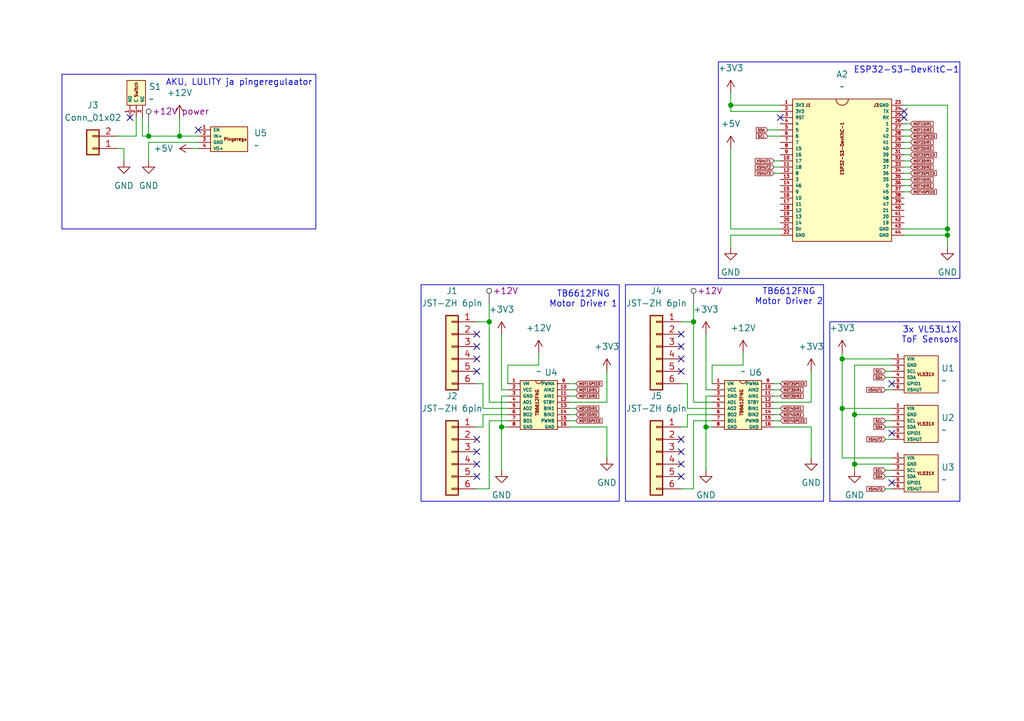
<source format=kicad_sch>
(kicad_sch (version 20250114) (generator "eeschema") (generator_version "9.0")
  (paper "A5")
  (title_block (title "Praktiline robootika Folkrace roboti elektriskeem") (date "2025-09-24") (rev "1") (company "Robotiklubi") (comment 1 "Autor: Dmitrii Voitovich") (comment 2 "Sümbolid: Mihkel Jantson ja Jaan Roop"))
  (lib_symbols
    (symbol "Connector_Generic:Conn_01x02" (pin_names (offset 1.016) (hide yes))
      (property "Reference" "J3" (at 0 -8.89 0))
      (property "Value" "Conn_01x02" (at 0 -6.35 0))
      (symbol "Conn_01x02_1_1"
        (rectangle (start -1.27 1.27) (end 1.27 -3.81) (stroke (width 0.254)) (fill (type background)))
        (rectangle (start -1.27 0.127) (end 0 -0.127) (stroke (width 0.1524)))
        (rectangle (start -1.27 -2.413) (end 0 -2.667) (stroke (width 0.1524)))
        (pin power_out line (at -5.08 0 0) (length 3.81) (name "Pin_1") (number "1"))
        (pin passive line (at -5.08 -2.54 0) (length 3.81) (name "Pin_2") (number "2"))
      )
    )
    (symbol "Connector_Generic:Conn_01x06" (pin_names (offset 1.016) (hide yes))
      (property "Reference" "J" (at 0 7.62 0))
      (property "Value" "Conn_01x06" (at 0 -10.16 0))
      (symbol "Conn_01x06_1_1"
        (rectangle (start -1.27 6.35) (end 1.27 -8.89) (stroke (width 0.254)) (fill (type background)))
        (rectangle (start -1.27 5.207) (end 0 4.953) (stroke (width 0.1524)))
        (rectangle (start -1.27 2.667) (end 0 2.413) (stroke (width 0.1524)))
        (rectangle (start -1.27 0.127) (end 0 -0.127) (stroke (width 0.1524)))
        (rectangle (start -1.27 -2.413) (end 0 -2.667) (stroke (width 0.1524)))
        (rectangle (start -1.27 -4.953) (end 0 -5.207) (stroke (width 0.1524)))
        (rectangle (start -1.27 -7.493) (end 0 -7.747) (stroke (width 0.1524)))
        (pin passive line (at -5.08 5.08 0) (length 3.81) (name "Pin_1") (number "1"))
        (pin passive line (at -5.08 2.54 0) (length 3.81) (name "Pin_2") (number "2"))
        (pin passive line (at -5.08 0 0) (length 3.81) (name "Pin_3") (number "3"))
        (pin passive line (at -5.08 -2.54 0) (length 3.81) (name "Pin_4") (number "4"))
        (pin passive line (at -5.08 -5.08 0) (length 3.81) (name "Pin_5") (number "5"))
        (pin passive line (at -5.08 -7.62 0) (length 3.81) (name "Pin_6") (number "6"))
      )
    )
    (symbol "Kursus:6A125VAC_NO-NO_SWITCH"
      (property "Reference" "S1" (at 3.8101 -3.81 90))
      (property "Value" "~" (at 1.2701 -3.81 90))
      (symbol "6A125VAC_NO-NO_SWITCH_1_1"
        (rectangle (start 0 0.635) (end 5.08 -3.175) (fill (type background)))
        (text "Switch" (at 3.175 -1.27 0) (effects (font (size 0.635 0.635))))
        (pin passive line (at -2.54 0 0) (length 2.54) (name "NO") (number "1"))
        (pin passive line (at -2.54 -1.27 0) (length 2.54) (name "C") (number "2"))
        (pin power_out line (at -2.54 -2.54 0) (length 2.54) (name "NC") (number "3"))
      )
    )
    (symbol "Kursus:ESP32-S3-DevKitC-1"
      (property "Reference" "A?" (at 0 1.27 0))
      (symbol "ESP32-S3-DevKitC-1_1_1"
        (rectangle (start -10.16 0) (end 10.16 -29.21) (fill (type background)))
        (arc (start 1.27 0) (mid 0 -1.27) (end -1.27 0))
        (text "J1" (at -6.985 -1.27 0) (effects (font (size 0.635 0.635))))
        (text "ESP32-S3-DevKitC-1" (at 0 -10.16 900) (effects (font (size 0.635 0.635))))
        (text "J3" (at 6.985 -1.27 0) (effects (font (size 0.635 0.635))))
        (pin power_in line (at -12.7 -1.27 0) (length 2.54) (name "3V3") (number "1"))
        (pin power_in line (at -12.7 -2.54 0) (length 2.54) (name "3V3") (number "2"))
        (pin input line (at -12.7 -3.81 0) (length 2.54) (name "RST") (number "3"))
        (pin bidirectional line (at -12.7 -5.08 0) (length 2.54) (name "4") (number "4"))
        (pin bidirectional line (at -12.7 -6.35 0) (length 2.54) (name "5") (number "5"))
        (pin bidirectional line (at -12.7 -7.62 0) (length 2.54) (name "6") (number "6"))
        (pin bidirectional line (at -12.7 -8.89 0) (length 2.54) (name "7") (number "7"))
        (pin bidirectional line (at -12.7 -10.16 0) (length 2.54) (name "15") (number "8"))
        (pin bidirectional line (at -12.7 -11.43 0) (length 2.54) (name "16") (number "9"))
        (pin bidirectional line (at -12.7 -12.7 0) (length 2.54) (name "17") (number "10"))
        (pin bidirectional line (at -12.7 -13.97 0) (length 2.54) (name "18") (number "11"))
        (pin bidirectional line (at -12.7 -15.24 0) (length 2.54) (name "8") (number "12"))
        (pin bidirectional line (at -12.7 -16.51 0) (length 2.54) (name "3") (number "13"))
        (pin bidirectional line (at -12.7 -17.78 0) (length 2.54) (name "46") (number "14"))
        (pin bidirectional line (at -12.7 -19.05 0) (length 2.54) (name "9") (number "15"))
        (pin bidirectional line (at -12.7 -20.32 0) (length 2.54) (name "10") (number "16"))
        (pin bidirectional line (at -12.7 -21.59 0) (length 2.54) (name "11") (number "17"))
        (pin bidirectional line (at -12.7 -22.86 0) (length 2.54) (name "12") (number "18"))
        (pin bidirectional line (at -12.7 -24.13 0) (length 2.54) (name "13") (number "19"))
        (pin bidirectional line (at -12.7 -25.4 0) (length 2.54) (name "14") (number "20"))
        (pin power_in line (at -12.7 -26.67 0) (length 2.54) (name "5V") (number "21"))
        (pin power_in line (at -12.7 -27.94 0) (length 2.54) (name "GND") (number "22"))
        (pin power_in line (at 12.7 -1.27 180) (length 2.54) (name "GND") (number "23"))
        (pin output line (at 12.7 -2.54 180) (length 2.54) (name "TX") (number "24"))
        (pin input line (at 12.7 -3.81 180) (length 2.54) (name "RX") (number "25"))
        (pin bidirectional line (at 12.7 -5.08 180) (length 2.54) (name "1") (number "26"))
        (pin bidirectional line (at 12.7 -6.35 180) (length 2.54) (name "2") (number "27"))
        (pin bidirectional line (at 12.7 -7.62 180) (length 2.54) (name "42") (number "28"))
        (pin bidirectional line (at 12.7 -8.89 180) (length 2.54) (name "41") (number "29"))
        (pin bidirectional line (at 12.7 -10.16 180) (length 2.54) (name "40") (number "30"))
        (pin bidirectional line (at 12.7 -11.43 180) (length 2.54) (name "39") (number "31"))
        (pin bidirectional line (at 12.7 -12.7 180) (length 2.54) (name "38") (number "32"))
        (pin bidirectional line (at 12.7 -13.97 180) (length 2.54) (name "37") (number "33"))
        (pin bidirectional line (at 12.7 -15.24 180) (length 2.54) (name "36") (number "34"))
        (pin bidirectional line (at 12.7 -16.51 180) (length 2.54) (name "35") (number "35"))
        (pin bidirectional line (at 12.7 -17.78 180) (length 2.54) (name "0") (number "36"))
        (pin bidirectional line (at 12.7 -19.05 180) (length 2.54) (name "45") (number "37"))
        (pin bidirectional line (at 12.7 -20.32 180) (length 2.54) (name "48") (number "38"))
        (pin bidirectional line (at 12.7 -21.59 180) (length 2.54) (name "47") (number "39"))
        (pin bidirectional line (at 12.7 -22.86 180) (length 2.54) (name "21") (number "40"))
        (pin bidirectional line (at 12.7 -24.13 180) (length 2.54) (name "20") (number "41"))
        (pin bidirectional line (at 12.7 -25.4 180) (length 2.54) (name "19") (number "42"))
        (pin power_in line (at 12.7 -26.67 180) (length 2.54) (name "GND") (number "43"))
        (pin power_in line (at 12.7 -27.94 180) (length 2.54) (name "GND") (number "44"))
      )
    )
    (symbol "Kursus:PINGEREGU"
      (property "Reference" "U?" (at 3.81 1.905 0))
      (symbol "PINGEREGU_1_1"
        (rectangle (start 0 0.635) (end 7.62 -4.445) (fill (type background)))
        (text "Pingeregu" (at 5.08 -1.905 0) (effects (font (size 0.635 0.635))))
        (pin input line (at -2.54 0 0) (length 2.54) (name "EN") (number "1"))
        (pin power_in line (at -2.54 -1.27 0) (length 2.54) (name "IN+") (number "2"))
        (pin power_in line (at -2.54 -2.54 0) (length 2.54) (name "GND") (number "3"))
        (pin power_out line (at -2.54 -3.81 0) (length 2.54) (name "VO+") (number "4"))
      )
    )
    (symbol "Kursus:TB6612FNG_MOTOR_DRIVER_RED"
      (property "Reference" "U?" (at 0 1.905 0))
      (symbol "TB6612FNG_MOTOR_DRIVER_RED_1_1"
        (rectangle (start -3.81 0.635) (end 3.81 -9.398) (fill (type background)))
        (arc (start 0.635 0.635) (mid 0 0) (end -0.635 0.635))
        (text "TB6612FNG" (at -0.3295 -3.8707 900) (effects (font (size 0.635 0.635))))
        (pin power_in line (at -6.35 0 0) (length 2.54) (name "VM") (number "1"))
        (pin power_in line (at -6.35 -1.27 0) (length 2.54) (name "VCC") (number "2"))
        (pin power_in line (at -6.35 -2.54 0) (length 2.54) (name "GND") (number "3"))
        (pin passive line (at -6.35 -3.81 0) (length 2.54) (name "AO1") (number "4"))
        (pin passive line (at -6.35 -5.08 0) (length 2.54) (name "AO2") (number "5"))
        (pin passive line (at -6.35 -6.35 0) (length 2.54) (name "BO2") (number "6"))
        (pin passive line (at -6.35 -7.62 0) (length 2.54) (name "BO1") (number "7"))
        (pin power_in line (at -6.35 -8.89 0) (length 2.54) (name "GND") (number "8"))
        (pin passive line (at 6.35 0 180) (length 2.54) (name "PWMA") (number "9"))
        (pin passive line (at 6.35 -1.27 180) (length 2.54) (name "AIN2") (number "10"))
        (pin passive line (at 6.35 -2.54 180) (length 2.54) (name "AIN1") (number "11"))
        (pin passive line (at 6.35 -3.81 180) (length 2.54) (name "STBY") (number "12"))
        (pin passive line (at 6.35 -5.08 180) (length 2.54) (name "BIN1") (number "13"))
        (pin passive line (at 6.35 -6.35 180) (length 2.54) (name "BIN2") (number "14"))
        (pin passive line (at 6.35 -7.62 180) (length 2.54) (name "PWMB") (number "15"))
        (pin power_in line (at 6.35 -8.89 180) (length 2.54) (name "GND") (number "16"))
      )
    )
    (symbol "Kursus:VL531X_KAUGUS_SENSOR"
      (property "Reference" "U?" (at 3.81 1.905 0))
      (symbol "VL531X_KAUGUS_SENSOR_1_1"
        (rectangle (start 0 0.635) (end 6.985 -6.985) (fill (type background)))
        (text "VL531X" (at 4.445 -3.175 0) (effects (font (size 0.635 0.635))))
        (pin power_in line (at -2.54 0 0) (length 2.54) (name "VIN") (number "1"))
        (pin power_in line (at -2.54 -1.27 0) (length 2.54) (name "GND") (number "2"))
        (pin input line (at -2.54 -2.54 0) (length 2.54) (name "SCL") (number "3"))
        (pin bidirectional line (at -2.54 -3.81 0) (length 2.54) (name "SDA") (number "4"))
        (pin output line (at -2.54 -5.08 0) (length 2.54) (name "GPIO1") (number "5"))
        (pin input line (at -2.54 -6.35 0) (length 2.54) (name "XSHUT") (number "6"))
      )
    )
    (symbol "power:+12V" (power) (pin_numbers (hide yes)) (pin_names (offset 0) (hide yes))
      (property "Value" "+12V" (at 0 3.556 0))
      (symbol "+12V_0_1"
        (polyline (pts (xy -0.762 1.27) (xy 0 2.54)))
        (polyline (pts (xy 0 2.54) (xy 0.762 1.27)))
        (polyline (pts (xy 0 0) (xy 0 2.54)))
      )
      (symbol "+12V_1_1"
        (pin power_in line (at 0 0 90) (length 0) (name "~") (number "1"))
      )
    )
    (symbol "power:+3V3" (power) (pin_numbers (hide yes)) (pin_names (offset 0) (hide yes))
      (property "Value" "+3V3" (at 0 3.556 0))
      (symbol "+3V3_0_1"
        (polyline (pts (xy -0.762 1.27) (xy 0 2.54)))
        (polyline (pts (xy 0 2.54) (xy 0.762 1.27)))
        (polyline (pts (xy 0 0) (xy 0 2.54)))
      )
      (symbol "+3V3_1_1"
        (pin power_in line (at 0 0 90) (length 0) (name "~") (number "1"))
      )
    )
    (symbol "power:+5V" (power) (pin_numbers (hide yes)) (pin_names (offset 0) (hide yes))
      (property "Value" "+5V" (at 0 3.556 0))
      (symbol "+5V_0_1"
        (polyline (pts (xy -0.762 1.27) (xy 0 2.54)))
        (polyline (pts (xy 0 2.54) (xy 0.762 1.27)))
        (polyline (pts (xy 0 0) (xy 0 2.54)))
      )
      (symbol "+5V_1_1"
        (pin power_in line (at 0 0 90) (length 0) (name "~") (number "1"))
      )
    )
    (symbol "power:GND" (power) (pin_numbers (hide yes)) (pin_names (offset 0) (hide yes))
      (property "Value" "GND" (at 0 -3.81 0))
      (symbol "GND_0_1"
        (polyline (pts (xy 0 0) (xy 0 -1.27) (xy 1.27 -1.27) (xy 0 -2.54) (xy -1.27 -1.27) (xy 0 -1.27)))
      )
      (symbol "GND_1_1"
        (pin power_in line (at 0 0 270) (length 0) (name "~") (number "1"))
      )
    )
  )
  (rectangle (start 12.7 15.24) (end 64.77 46.99))
  (rectangle (start 86.36 58.42) (end 127 102.87))
  (rectangle (start 147.32 12.7) (end 196.85 57.15))
  (rectangle (start 170.18 66.04) (end 196.85 102.87))
  (rectangle (start 128.27 58.42) (end 168.91 102.87))
  (text "TB6612FNG\nMotor Driver 1" (at 119.634 61.468 0) (effects (font (size 1.27 1.27))))
  (text "AKU, LULITY ja pingeregulaator" (at 49.022 17.018 0) (effects (font (size 1.27 1.27))))
  (text "TB6612FNG\nMotor Driver 2" (at 161.798 60.96 0) (effects (font (size 1.27 1.27))))
  (text "ESP32-S3-DevKitC-1" (at 185.928 14.478 0) (effects (font (size 1.27 1.27))))
  (text "3x VL53L1X\nToF Sensors" (at 190.754 68.834 0) (effects (font (size 1.27 1.27))))
  (junction (at 172.72 83.82))
  (junction (at 144.78 87.63))
  (junction (at 100.33 66.04))
  (junction (at 30.48 27.94))
  (junction (at 102.87 87.63))
  (junction (at 142.24 66.04))
  (junction (at 194.31 48.26))
  (junction (at 194.31 46.99))
  (junction (at 172.72 73.66))
  (junction (at 175.26 85.09))
  (junction (at 175.26 95.25))
  (junction (at 36.83 27.94))
  (junction (at 149.86 21.59))
  (no_connect (at 182.88 88.9))
  (no_connect (at 97.79 68.58))
  (no_connect (at 139.7 97.79))
  (no_connect (at 97.79 92.71))
  (no_connect (at 139.7 76.2))
  (no_connect (at 182.88 99.06))
  (no_connect (at 139.7 95.25))
  (no_connect (at 40.64 26.67))
  (no_connect (at 160.02 24.13))
  (no_connect (at 97.79 97.79))
  (no_connect (at 182.88 78.74))
  (no_connect (at 139.7 71.12))
  (no_connect (at 97.79 90.17))
  (no_connect (at 185.42 22.86))
  (no_connect (at 139.7 92.71))
  (no_connect (at 97.79 73.66))
  (no_connect (at 185.42 24.13))
  (no_connect (at 26.67 24.13))
  (no_connect (at 97.79 71.12))
  (no_connect (at 97.79 76.2))
  (no_connect (at 139.7 68.58))
  (no_connect (at 139.7 73.66))
  (no_connect (at 139.7 90.17))
  (no_connect (at 97.79 95.25))
  (wire (pts (xy 185.42 33.02) (xy 186.69 33.02)))
  (wire (pts (xy 175.26 85.09) (xy 182.88 85.09)))
  (wire (pts (xy 146.05 87.63) (xy 144.78 87.63)))
  (wire (pts (xy 36.83 24.13) (xy 36.83 27.94)))
  (wire (pts (xy 152.4 74.93) (xy 152.4 72.39)))
  (wire (pts (xy 27.94 24.13) (xy 27.94 27.94)))
  (wire (pts (xy 182.88 74.93) (xy 175.26 74.93)))
  (wire (pts (xy 116.84 81.28) (xy 118.11 81.28)))
  (wire (pts (xy 166.37 87.63) (xy 166.37 93.98)))
  (wire (pts (xy 100.33 100.33) (xy 97.79 100.33)))
  (wire (pts (xy 175.26 95.25) (xy 175.26 96.52)))
  (wire (pts (xy 140.97 78.74) (xy 140.97 83.82)))
  (wire (pts (xy 102.87 87.63) (xy 102.87 96.52)))
  (wire (pts (xy 110.49 74.93) (xy 110.49 72.39)))
  (wire (pts (xy 140.97 85.09) (xy 140.97 87.63)))
  (wire (pts (xy 29.21 27.94) (xy 29.21 24.13)))
  (wire (pts (xy 144.78 80.01) (xy 146.05 80.01)))
  (wire (pts (xy 158.75 80.01) (xy 160.02 80.01)))
  (wire (pts (xy 104.14 87.63) (xy 102.87 87.63)))
  (wire (pts (xy 146.05 81.28) (xy 144.78 81.28)))
  (wire (pts (xy 97.79 78.74) (xy 99.06 78.74)))
  (wire (pts (xy 104.14 81.28) (xy 102.87 81.28)))
  (wire (pts (xy 36.83 27.94) (xy 40.64 27.94)))
  (wire (pts (xy 185.42 26.67) (xy 186.69 26.67)))
  (wire (pts (xy 116.84 78.74) (xy 118.11 78.74)))
  (wire (pts (xy 102.87 80.01) (xy 104.14 80.01)))
  (wire (pts (xy 30.48 27.94) (xy 36.83 27.94)))
  (wire (pts (xy 142.24 66.04) (xy 142.24 82.55)))
  (wire (pts (xy 116.84 82.55) (xy 124.46 82.55)))
  (wire (pts (xy 185.42 25.4) (xy 186.69 25.4)))
  (wire (pts (xy 158.75 86.36) (xy 160.02 86.36)))
  (wire (pts (xy 116.84 86.36) (xy 118.11 86.36)))
  (wire (pts (xy 160.02 48.26) (xy 149.86 48.26)))
  (wire (pts (xy 158.75 78.74) (xy 160.02 78.74)))
  (wire (pts (xy 158.75 83.82) (xy 160.02 83.82)))
  (wire (pts (xy 104.14 74.93) (xy 110.49 74.93)))
  (wire (pts (xy 160.02 22.86) (xy 149.86 22.86)))
  (wire (pts (xy 181.61 86.36) (xy 182.88 86.36)))
  (wire (pts (xy 142.24 100.33) (xy 139.7 100.33)))
  (wire (pts (xy 116.84 87.63) (xy 124.46 87.63)))
  (wire (pts (xy 175.26 85.09) (xy 175.26 95.25)))
  (wire (pts (xy 185.42 29.21) (xy 186.69 29.21)))
  (wire (pts (xy 30.48 27.94) (xy 29.21 27.94)))
  (wire (pts (xy 149.86 48.26) (xy 149.86 50.8)))
  (wire (pts (xy 40.64 29.21) (xy 30.48 29.21)))
  (wire (pts (xy 181.61 77.47) (xy 182.88 77.47)))
  (wire (pts (xy 158.75 34.29) (xy 160.02 34.29)))
  (wire (pts (xy 144.78 80.01) (xy 144.78 68.58)))
  (wire (pts (xy 99.06 83.82) (xy 104.14 83.82)))
  (wire (pts (xy 185.42 39.37) (xy 186.69 39.37)))
  (wire (pts (xy 100.33 62.23) (xy 100.33 66.04)))
  (wire (pts (xy 27.94 27.94) (xy 24.13 27.94)))
  (wire (pts (xy 149.86 22.86) (xy 149.86 21.59)))
  (wire (pts (xy 158.75 81.28) (xy 160.02 81.28)))
  (wire (pts (xy 142.24 62.23) (xy 142.24 66.04)))
  (wire (pts (xy 175.26 74.93) (xy 175.26 85.09)))
  (wire (pts (xy 185.42 27.94) (xy 186.69 27.94)))
  (wire (pts (xy 30.48 25.4) (xy 30.48 27.94)))
  (wire (pts (xy 185.42 38.1) (xy 186.69 38.1)))
  (wire (pts (xy 116.84 83.82) (xy 118.11 83.82)))
  (wire (pts (xy 181.61 76.2) (xy 182.88 76.2)))
  (wire (pts (xy 144.78 81.28) (xy 144.78 87.63)))
  (wire (pts (xy 185.42 30.48) (xy 186.69 30.48)))
  (wire (pts (xy 158.75 87.63) (xy 166.37 87.63)))
  (wire (pts (xy 102.87 80.01) (xy 102.87 68.58)))
  (wire (pts (xy 100.33 66.04) (xy 100.33 82.55)))
  (wire (pts (xy 185.42 34.29) (xy 186.69 34.29)))
  (wire (pts (xy 116.84 80.01) (xy 118.11 80.01)))
  (wire (pts (xy 99.06 78.74) (xy 99.06 83.82)))
  (wire (pts (xy 149.86 21.59) (xy 149.86 19.05)))
  (wire (pts (xy 181.61 80.01) (xy 182.88 80.01)))
  (wire (pts (xy 146.05 78.74) (xy 146.05 74.93)))
  (wire (pts (xy 124.46 82.55) (xy 124.46 76.2)))
  (wire (pts (xy 194.31 48.26) (xy 194.31 50.8)))
  (wire (pts (xy 100.33 66.04) (xy 97.79 66.04)))
  (wire (pts (xy 185.42 35.56) (xy 186.69 35.56)))
  (wire (pts (xy 172.72 72.39) (xy 172.72 73.66)))
  (wire (pts (xy 185.42 46.99) (xy 194.31 46.99)))
  (wire (pts (xy 181.61 87.63) (xy 182.88 87.63)))
  (wire (pts (xy 158.75 82.55) (xy 166.37 82.55)))
  (wire (pts (xy 182.88 83.82) (xy 172.72 83.82)))
  (wire (pts (xy 158.75 33.02) (xy 160.02 33.02)))
  (wire (pts (xy 104.14 86.36) (xy 100.33 86.36)))
  (wire (pts (xy 146.05 82.55) (xy 142.24 82.55)))
  (wire (pts (xy 97.79 87.63) (xy 99.06 87.63)))
  (wire (pts (xy 185.42 48.26) (xy 194.31 48.26)))
  (wire (pts (xy 144.78 87.63) (xy 144.78 96.52)))
  (wire (pts (xy 158.75 85.09) (xy 160.02 85.09)))
  (wire (pts (xy 104.14 85.09) (xy 99.06 85.09)))
  (wire (pts (xy 181.61 97.79) (xy 182.88 97.79)))
  (wire (pts (xy 194.31 46.99) (xy 194.31 48.26)))
  (wire (pts (xy 24.13 30.48) (xy 25.4 30.48)))
  (wire (pts (xy 185.42 31.75) (xy 186.69 31.75)))
  (wire (pts (xy 194.31 21.59) (xy 194.31 46.99)))
  (wire (pts (xy 181.61 90.17) (xy 182.88 90.17)))
  (wire (pts (xy 140.97 83.82) (xy 146.05 83.82)))
  (wire (pts (xy 172.72 83.82) (xy 172.72 73.66)))
  (wire (pts (xy 160.02 21.59) (xy 149.86 21.59)))
  (wire (pts (xy 175.26 95.25) (xy 182.88 95.25)))
  (wire (pts (xy 157.48 26.67) (xy 160.02 26.67)))
  (wire (pts (xy 146.05 86.36) (xy 142.24 86.36)))
  (wire (pts (xy 25.4 30.48) (xy 25.4 33.02)))
  (wire (pts (xy 30.48 29.21) (xy 30.48 33.02)))
  (wire (pts (xy 40.64 30.48) (xy 39.37 30.48)))
  (wire (pts (xy 157.48 27.94) (xy 160.02 27.94)))
  (wire (pts (xy 124.46 87.63) (xy 124.46 93.98)))
  (wire (pts (xy 100.33 86.36) (xy 100.33 100.33)))
  (wire (pts (xy 182.88 73.66) (xy 172.72 73.66)))
  (wire (pts (xy 181.61 96.52) (xy 182.88 96.52)))
  (wire (pts (xy 172.72 93.98) (xy 172.72 83.82)))
  (wire (pts (xy 181.61 100.33) (xy 182.88 100.33)))
  (wire (pts (xy 104.14 78.74) (xy 104.14 74.93)))
  (wire (pts (xy 146.05 74.93) (xy 152.4 74.93)))
  (wire (pts (xy 158.75 35.56) (xy 160.02 35.56)))
  (wire (pts (xy 99.06 85.09) (xy 99.06 87.63)))
  (wire (pts (xy 185.42 21.59) (xy 194.31 21.59)))
  (wire (pts (xy 142.24 66.04) (xy 139.7 66.04)))
  (wire (pts (xy 185.42 36.83) (xy 186.69 36.83)))
  (wire (pts (xy 182.88 93.98) (xy 172.72 93.98)))
  (wire (pts (xy 160.02 46.99) (xy 149.86 46.99)))
  (wire (pts (xy 139.7 78.74) (xy 140.97 78.74)))
  (wire (pts (xy 142.24 86.36) (xy 142.24 100.33)))
  (wire (pts (xy 116.84 85.09) (xy 118.11 85.09)))
  (wire (pts (xy 139.7 87.63) (xy 140.97 87.63)))
  (wire (pts (xy 166.37 82.55) (xy 166.37 76.2)))
  (wire (pts (xy 149.86 46.99) (xy 149.86 30.48)))
  (wire (pts (xy 102.87 81.28) (xy 102.87 87.63)))
  (wire (pts (xy 146.05 85.09) (xy 140.97 85.09)))
  (wire (pts (xy 104.14 82.55) (xy 100.33 82.55)))
  (global_label "MOT4DIR2" (shape input) (at 186.69 38.1 0) (effects (font (size 0.508 0.508))) (property "Intersheetrefs" "${INTERSHEET_REFS}" (effects (hide yes))))
  (global_label "SCL" (shape input) (at 181.61 76.2 180) (effects (font (size 0.508 0.508))) (property "Intersheetrefs" "${INTERSHEET_REFS}" (effects (hide yes))))
  (global_label "XSHUT3" (shape input) (at 181.61 100.33 180) (effects (font (size 0.508 0.508))) (property "Intersheetrefs" "${INTERSHEET_REFS}" (effects (hide yes))))
  (global_label "MOT4DIR1" (shape input) (at 186.69 36.83 0) (effects (font (size 0.508 0.508))) (property "Intersheetrefs" "${INTERSHEET_REFS}" (effects (hide yes))))
  (global_label "MOT1DIR2" (shape input) (at 186.69 26.67 0) (effects (font (size 0.508 0.508))) (property "Intersheetrefs" "${INTERSHEET_REFS}" (effects (hide yes))))
  (global_label "MOT3SPEED" (shape input) (at 160.02 78.74 0) (effects (font (size 0.508 0.508))) (property "Intersheetrefs" "${INTERSHEET_REFS}" (effects (hide yes))))
  (global_label "XSHUT1" (shape input) (at 158.75 33.02 180) (effects (font (size 0.508 0.508))) (property "Intersheetrefs" "${INTERSHEET_REFS}" (effects (hide yes))))
  (global_label "MOT4SPEED" (shape input) (at 160.02 86.36 0) (effects (font (size 0.508 0.508))) (property "Intersheetrefs" "${INTERSHEET_REFS}" (effects (hide yes))))
  (global_label "SDA" (shape input) (at 181.61 87.63 180) (effects (font (size 0.508 0.508))) (property "Intersheetrefs" "${INTERSHEET_REFS}" (effects (hide yes))))
  (global_label "XSHUT2" (shape input) (at 181.61 90.17 180) (effects (font (size 0.508 0.508))) (property "Intersheetrefs" "${INTERSHEET_REFS}" (effects (hide yes))))
  (global_label "MOT2DIR1" (shape input) (at 186.69 29.21 0) (effects (font (size 0.508 0.508))) (property "Intersheetrefs" "${INTERSHEET_REFS}" (effects (hide yes))))
  (global_label "MOT4DIR2" (shape input) (at 160.02 85.09 0) (effects (font (size 0.508 0.508))) (property "Intersheetrefs" "${INTERSHEET_REFS}" (effects (hide yes))))
  (global_label "MOT3DIR1" (shape input) (at 186.69 33.02 0) (effects (font (size 0.508 0.508))) (property "Intersheetrefs" "${INTERSHEET_REFS}" (effects (hide yes))))
  (global_label "XSHUT1" (shape input) (at 181.61 80.01 180) (effects (font (size 0.508 0.508))) (property "Intersheetrefs" "${INTERSHEET_REFS}" (effects (hide yes))))
  (global_label "XSHUT2" (shape input) (at 158.75 34.29 180) (effects (font (size 0.508 0.508))) (property "Intersheetrefs" "${INTERSHEET_REFS}" (effects (hide yes))))
  (global_label "MOT3DIR2" (shape input) (at 160.02 81.28 0) (effects (font (size 0.508 0.508))) (property "Intersheetrefs" "${INTERSHEET_REFS}" (effects (hide yes))))
  (global_label "MOT4DIR1" (shape input) (at 160.02 83.82 0) (effects (font (size 0.508 0.508))) (property "Intersheetrefs" "${INTERSHEET_REFS}" (effects (hide yes))))
  (global_label "MOT2SPEED" (shape input) (at 118.11 86.36 0) (effects (font (size 0.508 0.508))) (property "Intersheetrefs" "${INTERSHEET_REFS}" (effects (hide yes))))
  (global_label "MOT2DIR2" (shape input) (at 118.11 85.09 0) (effects (font (size 0.508 0.508))) (property "Intersheetrefs" "${INTERSHEET_REFS}" (effects (hide yes))))
  (global_label "SCL" (shape input) (at 157.48 27.94 180) (effects (font (size 0.508 0.508))) (property "Intersheetrefs" "${INTERSHEET_REFS}" (effects (hide yes))))
  (global_label "MOT1DIR1" (shape input) (at 118.11 80.01 0) (effects (font (size 0.508 0.508))) (property "Intersheetrefs" "${INTERSHEET_REFS}" (effects (hide yes))))
  (global_label "MOT1SPEED" (shape input) (at 118.11 78.74 0) (effects (font (size 0.508 0.508))) (property "Intersheetrefs" "${INTERSHEET_REFS}" (effects (hide yes))))
  (global_label "MOT1DIR1" (shape input) (at 186.69 25.4 0) (effects (font (size 0.508 0.508))) (property "Intersheetrefs" "${INTERSHEET_REFS}" (effects (hide yes))))
  (global_label "MOT2DIR2" (shape input) (at 186.69 30.48 0) (effects (font (size 0.508 0.508))) (property "Intersheetrefs" "${INTERSHEET_REFS}" (effects (hide yes))))
  (global_label "SCL" (shape input) (at 181.61 86.36 180) (effects (font (size 0.508 0.508))) (property "Intersheetrefs" "${INTERSHEET_REFS}" (effects (hide yes))))
  (global_label "MOT4SPEED" (shape input) (at 186.69 39.37 0) (effects (font (size 0.508 0.508))) (property "Intersheetrefs" "${INTERSHEET_REFS}" (effects (hide yes))))
  (global_label "MOT2SPEED" (shape input) (at 186.69 31.75 0) (effects (font (size 0.508 0.508))) (property "Intersheetrefs" "${INTERSHEET_REFS}" (effects (hide yes))))
  (global_label "MOT3SPEED" (shape input) (at 186.69 35.56 0) (effects (font (size 0.508 0.508))) (property "Intersheetrefs" "${INTERSHEET_REFS}" (effects (hide yes))))
  (global_label "MOT3DIR2" (shape input) (at 186.69 34.29 0) (effects (font (size 0.508 0.508))) (property "Intersheetrefs" "${INTERSHEET_REFS}" (effects (hide yes))))
  (global_label "MOT1DIR2" (shape input) (at 118.11 81.28 0) (effects (font (size 0.508 0.508))) (property "Intersheetrefs" "${INTERSHEET_REFS}" (effects (hide yes))))
  (global_label "SCL" (shape input) (at 181.61 96.52 180) (effects (font (size 0.508 0.508))) (property "Intersheetrefs" "${INTERSHEET_REFS}" (effects (hide yes))))
  (global_label "SDA" (shape input) (at 157.48 26.67 180) (effects (font (size 0.508 0.508))) (property "Intersheetrefs" "${INTERSHEET_REFS}" (effects (hide yes))))
  (global_label "SDA" (shape input) (at 181.61 97.79 180) (effects (font (size 0.508 0.508))) (property "Intersheetrefs" "${INTERSHEET_REFS}" (effects (hide yes))))
  (global_label "MOT1SPEED" (shape input) (at 186.69 27.94 0) (effects (font (size 0.508 0.508))) (property "Intersheetrefs" "${INTERSHEET_REFS}" (effects (hide yes))))
  (global_label "MOT2DIR1" (shape input) (at 118.11 83.82 0) (effects (font (size 0.508 0.508))) (property "Intersheetrefs" "${INTERSHEET_REFS}" (effects (hide yes))))
  (global_label "MOT3DIR1" (shape input) (at 160.02 80.01 0) (effects (font (size 0.508 0.508))) (property "Intersheetrefs" "${INTERSHEET_REFS}" (effects (hide yes))))
  (global_label "SDA" (shape input) (at 181.61 77.47 180) (effects (font (size 0.508 0.508))) (property "Intersheetrefs" "${INTERSHEET_REFS}" (effects (hide yes))))
  (global_label "XSHUT3" (shape input) (at 158.75 35.56 180) (effects (font (size 0.508 0.508))) (property "Intersheetrefs" "${INTERSHEET_REFS}" (effects (hide yes))))
  (netclass_flag "" (length 2.54) (shape round) (at 30.48 25.4 0) (property "Netclass" "+12V power" (at 31.1785 22.86 0) (effects (justify left))))
  (netclass_flag "" (length 2.54) (shape round) (at 142.24 62.23 0) (property "Netclass" "+12V" (at 142.9385 59.69 0) (effects (justify left))))
  (netclass_flag "" (length 2.54) (shape round) (at 100.33 62.23 0) (property "Netclass" "+12V" (at 101.0285 59.69 0) (effects (justify left))))
  (symbol (lib_id "power:GND") (at 25.4 33.02 0) (unit 1)
    (property "Reference" "#PWR012" (effects (hide yes)))
    (property "Value" "GND" (at 25.4 38.1 0))
    (property "Description" "Power symbol creates a global label with name \"GND\" , ground" (effects (hide yes)))
  )
  (symbol (lib_id "Connector_Generic:Conn_01x06") (at 134.62 71.12 0) (mirror y) (unit 1)
    (property "Reference" "J4" (at 134.62 59.69 0))
    (property "Value" "JST-ZH 6pin" (at 134.62 62.23 0))
    (property "Footprint" "Connector_JST:JST_ZH_B6B-ZR_1x06_P1.50mm_Vertical" (effects (hide yes)))
    (property "Description" "Generic connector, single row, 01x06, script generated (kicad-library-utils/schlib/autogen/connector/)" (effects (hide yes)))
  )
  (symbol (lib_id "Kursus:VL531X_KAUGUS_SENSOR") (at 185.42 83.82 0) (unit 1)
    (property "Reference" "U2" (at 193.04 85.7249 0) (effects (justify left)))
    (property "Value" "~" (at 193.04 88.2649 0) (effects (justify left)))
    (property "Footprint" "KURSUS:VL531X_KAUGUS_SENSOR" (effects (hide yes)))
  )
  (symbol (lib_id "Connector_Generic:Conn_01x02") (at 19.05 30.48 180) (unit 1)
    (property "Reference" "J3" (at 19.05 21.59 0))
    (property "Value" "Conn_01x02" (at 19.05 24.13 0))
    (property "Footprint" "Connector_AMASS:AMASS_XT30PW-M_1x02_P2.50mm_Horizontal" (effects (hide yes)))
    (property "Description" "Generic connector, single row, 01x02, script generated (kicad-library-utils/schlib/autogen/connector/)" (effects (hide yes)))
  )
  (symbol (lib_id "Connector_Generic:Conn_01x06") (at 92.71 71.12 0) (mirror y) (unit 1)
    (property "Reference" "J1" (at 92.71 59.69 0))
    (property "Value" "JST-ZH 6pin" (at 92.71 62.23 0))
    (property "Footprint" "Connector_JST:JST_ZH_B6B-ZR_1x06_P1.50mm_Vertical" (effects (hide yes)))
    (property "Description" "Generic connector, single row, 01x06, script generated (kicad-library-utils/schlib/autogen/connector/)" (effects (hide yes)))
  )
  (symbol (lib_id "Connector_Generic:Conn_01x06") (at 134.62 92.71 0) (mirror y) (unit 1)
    (property "Reference" "J5" (at 134.62 81.28 0))
    (property "Value" "JST-ZH 6pin" (at 134.62 83.82 0))
    (property "Footprint" "Connector_JST:JST_ZH_B6B-ZR_1x06_P1.50mm_Vertical" (effects (hide yes)))
    (property "Description" "Generic connector, single row, 01x06, script generated (kicad-library-utils/schlib/autogen/connector/)" (effects (hide yes)))
  )
  (symbol (lib_id "power:+12V") (at 110.49 72.39 0) (unit 1)
    (property "Reference" "#PWR07" (effects (hide yes)))
    (property "Value" "+12V" (at 110.49 67.31 0))
    (property "Description" "Power symbol creates a global label with name \"+12V\"" (effects (hide yes)))
  )
  (symbol (lib_id "Kursus:ESP32-S3-DevKitC-1") (at 172.72 20.32 0) (unit 1)
    (property "Reference" "A2" (at 172.72 15.24 0))
    (property "Value" "~" (at 172.72 17.78 0))
    (property "Footprint" "KURSUS:ESP32-S3-DevKitC-1" (effects (hide yes)))
  )
  (symbol (lib_id "power:GND") (at 102.87 96.52 0) (unit 1)
    (property "Reference" "#PWR09" (effects (hide yes)))
    (property "Value" "GND" (at 102.87 101.6 0))
    (property "Description" "Power symbol creates a global label with name \"GND\" , ground" (effects (hide yes)))
  )
  (symbol (lib_id "power:GND") (at 166.37 93.98 0) (unit 1)
    (property "Reference" "#PWR020" (effects (hide yes)))
    (property "Value" "GND" (at 166.37 99.06 0))
    (property "Description" "Power symbol creates a global label with name \"GND\" , ground" (effects (hide yes)))
  )
  (symbol (lib_id "power:+3V3") (at 144.78 68.58 0) (unit 1)
    (property "Reference" "#PWR02" (effects (hide yes)))
    (property "Value" "+3V3" (at 144.78 63.5 0))
    (property "Description" "Power symbol creates a global label with name \"+3V3\"" (effects (hide yes)))
  )
  (symbol (lib_id "Kursus:TB6612FNG_MOTOR_DRIVER_RED") (at 152.4 78.74 0) (unit 1)
    (property "Reference" "U6" (at 154.94 76.454 0))
    (property "Value" "~" (at 152.4 76.2 0))
    (property "Footprint" "TANK:TB6612FNG_DUAL_MOTOR_DRIVER_RED" (effects (hide yes)))
  )
  (symbol (lib_id "power:GND") (at 175.26 96.52 0) (unit 1)
    (property "Reference" "#PWR06" (effects (hide yes)))
    (property "Value" "GND" (at 175.26 101.6 0))
    (property "Description" "Power symbol creates a global label with name \"GND\" , ground" (effects (hide yes)))
  )
  (symbol (lib_id "power:+3V3") (at 172.72 72.39 0) (unit 1)
    (property "Reference" "#PWR01" (effects (hide yes)))
    (property "Value" "+3V3" (at 172.72 67.31 0))
    (property "Description" "Power symbol creates a global label with name \"+3V3\"" (effects (hide yes)))
  )
  (symbol (lib_id "Kursus:VL531X_KAUGUS_SENSOR") (at 185.42 93.98 0) (unit 1)
    (property "Reference" "U3" (at 193.04 95.8849 0) (effects (justify left)))
    (property "Value" "~" (at 193.04 98.4249 0) (effects (justify left)))
    (property "Footprint" "KURSUS:VL531X_KAUGUS_SENSOR" (effects (hide yes)))
  )
  (symbol (lib_id "power:GND") (at 144.78 96.52 0) (unit 1)
    (property "Reference" "#PWR03" (effects (hide yes)))
    (property "Value" "GND" (at 144.78 101.6 0))
    (property "Description" "Power symbol creates a global label with name \"GND\" , ground" (effects (hide yes)))
  )
  (symbol (lib_id "Connector_Generic:Conn_01x06") (at 92.71 92.71 0) (mirror y) (unit 1)
    (property "Reference" "J2" (at 92.71 81.28 0))
    (property "Value" "JST-ZH 6pin" (at 92.71 83.82 0))
    (property "Footprint" "Connector_JST:JST_ZH_B6B-ZR_1x06_P1.50mm_Vertical" (effects (hide yes)))
    (property "Description" "Generic connector, single row, 01x06, script generated (kicad-library-utils/schlib/autogen/connector/)" (effects (hide yes)))
  )
  (symbol (lib_id "power:+12V") (at 152.4 72.39 0) (unit 1)
    (property "Reference" "#PWR04" (effects (hide yes)))
    (property "Value" "+12V" (at 152.4 67.31 0))
    (property "Description" "Power symbol creates a global label with name \"+12V\"" (effects (hide yes)))
  )
  (symbol (lib_id "power:GND") (at 124.46 93.98 0) (unit 1)
    (property "Reference" "#PWR010" (effects (hide yes)))
    (property "Value" "GND" (at 124.46 99.06 0))
    (property "Description" "Power symbol creates a global label with name \"GND\" , ground" (effects (hide yes)))
  )
  (symbol (lib_id "power:+5V") (at 39.37 30.48 90) (unit 1)
    (property "Reference" "#PWR014" (effects (hide yes)))
    (property "Value" "+5V" (at 35.56 30.4799 90) (effects (justify left)))
    (property "Description" "Power symbol creates a global label with name \"+5V\"" (effects (hide yes)))
  )
  (symbol (lib_id "Kursus:PINGEREGU") (at 43.18 26.67 0) (unit 1)
    (property "Reference" "U5" (at 52.07 27.3049 0) (effects (justify left)))
    (property "Value" "~" (at 52.07 29.8449 0) (effects (justify left)))
    (property "Footprint" "KURSUS:PINGEREGU" (effects (hide yes)))
  )
  (symbol (lib_id "power:+3V3") (at 124.46 76.2 0) (unit 1)
    (property "Reference" "#PWR011" (effects (hide yes)))
    (property "Value" "+3V3" (at 124.46 71.12 0))
    (property "Description" "Power symbol creates a global label with name \"+3V3\"" (effects (hide yes)))
  )
  (symbol (lib_id "power:GND") (at 149.86 50.8 0) (unit 1)
    (property "Reference" "#PWR018" (effects (hide yes)))
    (property "Value" "GND" (at 149.86 55.88 0))
    (property "Description" "Power symbol creates a global label with name \"GND\" , ground" (effects (hide yes)))
  )
  (symbol (lib_id "Kursus:TB6612FNG_MOTOR_DRIVER_RED") (at 110.49 78.74 0) (unit 1)
    (property "Reference" "U4" (at 113.03 76.454 0))
    (property "Value" "~" (at 110.49 76.2 0))
    (property "Footprint" "TANK:TB6612FNG_DUAL_MOTOR_DRIVER_RED" (effects (hide yes)))
  )
  (symbol (lib_id "power:+3V3") (at 102.87 68.58 0) (unit 1)
    (property "Reference" "#PWR08" (effects (hide yes)))
    (property "Value" "+3V3" (at 102.87 63.5 0))
    (property "Description" "Power symbol creates a global label with name \"+3V3\"" (effects (hide yes)))
  )
  (symbol (lib_id "power:GND") (at 194.31 50.8 0) (unit 1)
    (property "Reference" "#PWR019" (effects (hide yes)))
    (property "Value" "GND" (at 194.31 55.88 0))
    (property "Description" "Power symbol creates a global label with name \"GND\" , ground" (effects (hide yes)))
  )
  (symbol (lib_id "power:+3V3") (at 149.86 19.05 0) (unit 1)
    (property "Reference" "#PWR016" (effects (hide yes)))
    (property "Value" "+3V3" (at 149.86 13.97 0))
    (property "Description" "Power symbol creates a global label with name \"+3V3\"" (effects (hide yes)))
  )
  (symbol (lib_id "power:+5V") (at 149.86 30.48 0) (unit 1)
    (property "Reference" "#PWR017" (effects (hide yes)))
    (property "Value" "+5V" (at 149.86 25.4 0))
    (property "Description" "Power symbol creates a global label with name \"+5V\"" (effects (hide yes)))
  )
  (symbol (lib_id "power:+12V") (at 36.83 24.13 0) (unit 1)
    (property "Reference" "#PWR015" (effects (hide yes)))
    (property "Value" "+12V" (at 36.83 19.05 0))
    (property "Description" "Power symbol creates a global label with name \"+12V\"" (effects (hide yes)))
  )
  (symbol (lib_id "power:GND") (at 30.48 33.02 0) (unit 1)
    (property "Reference" "#PWR013" (effects (hide yes)))
    (property "Value" "GND" (at 30.48 38.1 0))
    (property "Description" "Power symbol creates a global label with name \"GND\" , ground" (effects (hide yes)))
  )
  (symbol (lib_id "Kursus:VL531X_KAUGUS_SENSOR") (at 185.42 73.66 0) (unit 1)
    (property "Reference" "U1" (at 193.04 75.5649 0) (effects (justify left)))
    (property "Value" "~" (at 193.04 78.1049 0) (effects (justify left)))
    (property "Footprint" "KURSUS:VL531X_KAUGUS_SENSOR" (effects (hide yes)))
  )
  (symbol (lib_id "Kursus:6A125VAC_NO-NO_SWITCH") (at 26.67 21.59 90) (unit 1)
    (property "Reference" "S1" (at 30.48 17.7799 90) (effects (justify right)))
    (property "Value" "~" (at 30.48 20.3199 90) (effects (justify right)))
    (property "Footprint" "KURSUS:6A125VAC_NO-NO_SWITCH" (effects (hide yes)))
  )
  (symbol (lib_id "power:+3V3") (at 166.37 76.2 0) (unit 1)
    (property "Reference" "#PWR05" (effects (hide yes)))
    (property "Value" "+3V3" (at 166.37 71.12 0))
    (property "Description" "Power symbol creates a global label with name \"+3V3\"" (effects (hide yes)))
  )
)
</source>
